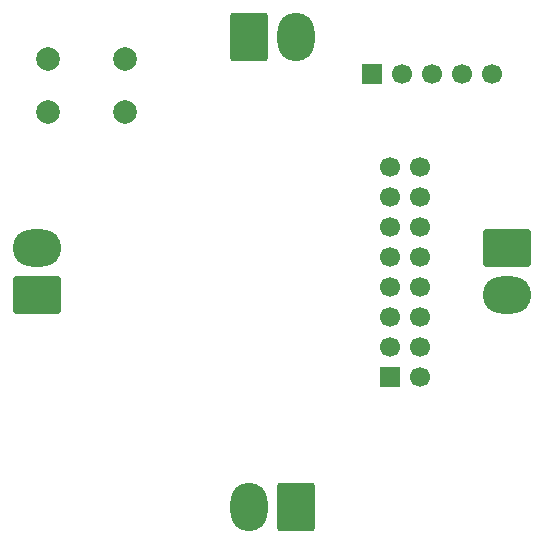
<source format=gbr>
%TF.GenerationSoftware,KiCad,Pcbnew,9.0.3*%
%TF.CreationDate,2025-08-18T23:52:33+02:00*%
%TF.ProjectId,main,6d61696e-2e6b-4696-9361-645f70636258,1.0*%
%TF.SameCoordinates,Original*%
%TF.FileFunction,Soldermask,Bot*%
%TF.FilePolarity,Negative*%
%FSLAX46Y46*%
G04 Gerber Fmt 4.6, Leading zero omitted, Abs format (unit mm)*
G04 Created by KiCad (PCBNEW 9.0.3) date 2025-08-18 23:52:33*
%MOMM*%
%LPD*%
G01*
G04 APERTURE LIST*
G04 Aperture macros list*
%AMRoundRect*
0 Rectangle with rounded corners*
0 $1 Rounding radius*
0 $2 $3 $4 $5 $6 $7 $8 $9 X,Y pos of 4 corners*
0 Add a 4 corners polygon primitive as box body*
4,1,4,$2,$3,$4,$5,$6,$7,$8,$9,$2,$3,0*
0 Add four circle primitives for the rounded corners*
1,1,$1+$1,$2,$3*
1,1,$1+$1,$4,$5*
1,1,$1+$1,$6,$7*
1,1,$1+$1,$8,$9*
0 Add four rect primitives between the rounded corners*
20,1,$1+$1,$2,$3,$4,$5,0*
20,1,$1+$1,$4,$5,$6,$7,0*
20,1,$1+$1,$6,$7,$8,$9,0*
20,1,$1+$1,$8,$9,$2,$3,0*%
G04 Aperture macros list end*
%ADD10RoundRect,0.250000X1.330000X1.800000X-1.330000X1.800000X-1.330000X-1.800000X1.330000X-1.800000X0*%
%ADD11O,3.160000X4.100000*%
%ADD12RoundRect,0.250000X-1.330000X-1.800000X1.330000X-1.800000X1.330000X1.800000X-1.330000X1.800000X0*%
%ADD13C,2.000000*%
%ADD14R,1.700000X1.700000*%
%ADD15C,1.700000*%
%ADD16RoundRect,0.250000X1.800000X-1.330000X1.800000X1.330000X-1.800000X1.330000X-1.800000X-1.330000X0*%
%ADD17O,4.100000X3.160000*%
%ADD18RoundRect,0.250000X-1.800000X1.330000X-1.800000X-1.330000X1.800000X-1.330000X1.800000X1.330000X0*%
G04 APERTURE END LIST*
D10*
%TO.C,J3*%
X151980000Y-119895000D03*
D11*
X148020000Y-119895000D03*
%TD*%
D12*
%TO.C,J1*%
X148020000Y-80105000D03*
D11*
X151980000Y-80105000D03*
%TD*%
D13*
%TO.C,SW1*%
X131000000Y-82000000D03*
X137500000Y-82000000D03*
X131000000Y-86500000D03*
X137500000Y-86500000D03*
%TD*%
D14*
%TO.C,J5*%
X159960000Y-108870000D03*
D15*
X162500000Y-108870000D03*
X159960000Y-106330000D03*
X162500000Y-106330000D03*
X159960000Y-103790000D03*
X162500000Y-103790000D03*
X159960000Y-101250000D03*
X162500000Y-101250000D03*
X159960000Y-98710000D03*
X162500000Y-98710000D03*
X159960000Y-96170000D03*
X162500000Y-96170000D03*
X159960000Y-93630000D03*
X162500000Y-93630000D03*
X159960000Y-91090000D03*
X162500000Y-91090000D03*
%TD*%
D16*
%TO.C,J4*%
X130105000Y-101980000D03*
D17*
X130105000Y-98020000D03*
%TD*%
D14*
%TO.C,J6*%
X158420000Y-83250000D03*
D15*
X160960000Y-83250000D03*
X163500000Y-83250000D03*
X166040000Y-83250000D03*
X168580000Y-83250000D03*
%TD*%
D18*
%TO.C,J2*%
X169895000Y-98000000D03*
D17*
X169895000Y-101960000D03*
%TD*%
M02*

</source>
